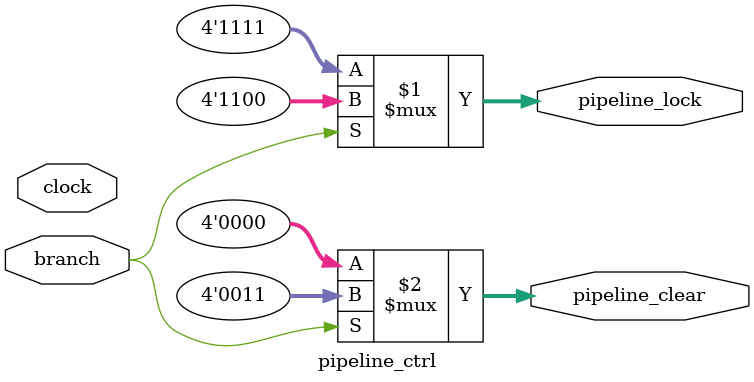
<source format=v>
module pipeline_ctrl (
  clock,
  branch,
  pipeline_lock,
  pipeline_clear
  );

  input branch;
  input clock;

  // output reg [3:0] pipeline_lock;
  // output reg [3:0] pipeline_clear;

  // always @ ( posedge clock ) begin
  //   if(branch)
  //   begin
  //     $display("[PIPELINE CTRL]:BRANCH!");
  //     pipeline_lock = 4'b0001;
  //     pipeline_clear = 4'b1100;
  //   end // end if
  //
  //   else
  //   begin
  //     $display("[PIPELINE CTRL]:NOTHING");
  //     pipeline_lock = 4'b1111;   //0:不让写 1:让写
  //     pipeline_clear = 4'b0000;  //0:不清零 1:清零
  //   end // end else
  // end

  output [3:0] pipeline_lock;
  output [3:0] pipeline_clear;

  // assign pipeline_lock = branch?4'b0001:4'b1111;
  // assign pipeline_clear= branch?4'b1100:4'b0000;

  assign pipeline_lock = branch?4'b1100:4'b1111;
  assign #5 pipeline_clear= branch?4'b0011:4'b0000;

endmodule // pipeline_ctrl

</source>
